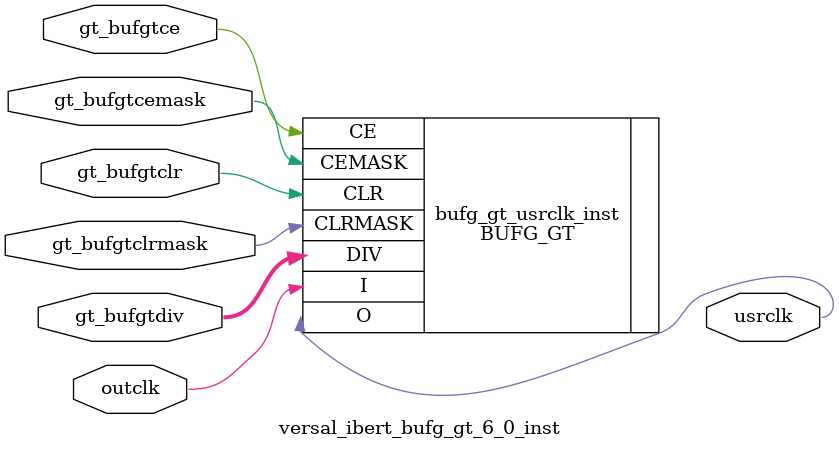
<source format=v>




`timescale 1ns / 1ps



module versal_ibert_bufg_gt_6_0_inst  (
    input outclk,
    input gt_bufgtce,
    input gt_bufgtcemask,
    input gt_bufgtclr,
    input gt_bufgtclrmask,
    input [2:0] gt_bufgtdiv,
    output usrclk
    );
     
      wire sync_ce;
      wire sync_clr;

      //BUFG_GT_SYNC sync_clr_ce (.CESYNC(sync_ce), .CLRSYNC(sync_clr), .CE(gt_bufgtce), .CLK(outclk), .CLR(gt_bufgtclr));
    //assign usrclk = outclk;
      BUFG_GT #(
        .SIM_DEVICE ("VERSAL_PREMIUM")
      ) bufg_gt_usrclk_inst (
        .CE      (gt_bufgtce),
        .CEMASK  (gt_bufgtcemask),
        .CLR     (gt_bufgtclr),
        .CLRMASK (gt_bufgtclrmask),
        .DIV     (gt_bufgtdiv),
        .I       (outclk),
        .O       (usrclk)
      );
endmodule
//------}

</source>
